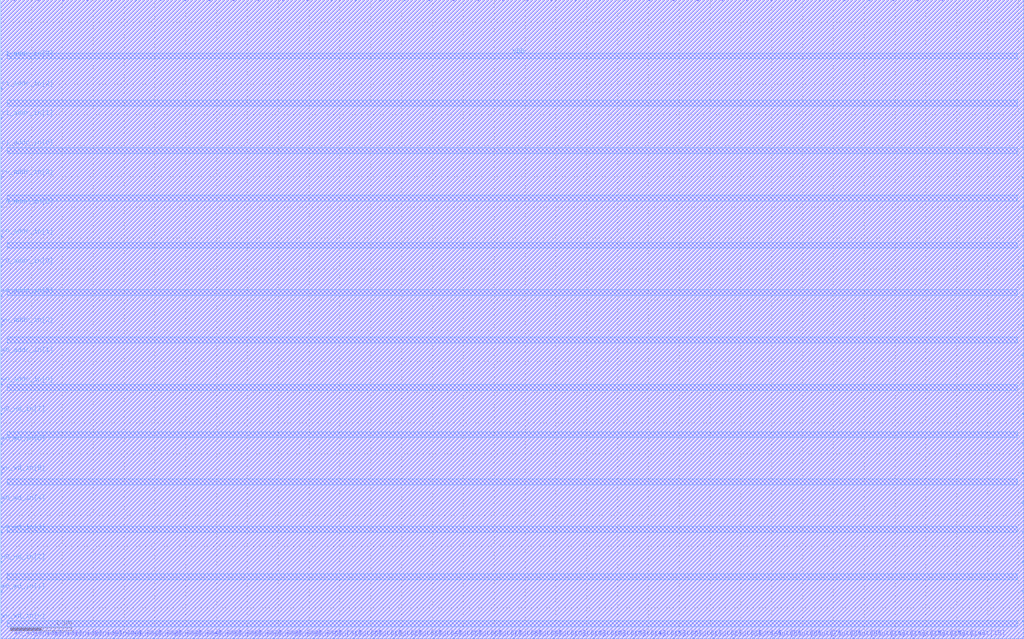
<source format=lef>
VERSION 5.7 ;
BUSBITCHARS "[]" ;
MACRO fakeram_32x128_2r1w
  FOREIGN fakeram_32x128_2r1w 0 0 ;
  SYMMETRY X Y R90 ;
  SIZE 16.589 BY 10.368 ;
  CLASS BLOCK ;
  PIN w0_wd_in[0]
    DIRECTION INPUT ;
    USE SIGNAL ;
    SHAPE ABUTMENT ;
    PORT
      LAYER M4 ;
      RECT 0.000 0.276 0.024 0.300 ;
    END
  END w0_wd_in[0]
  PIN w0_wd_in[1]
    DIRECTION INPUT ;
    USE SIGNAL ;
    SHAPE ABUTMENT ;
    PORT
      LAYER M4 ;
      RECT 0.000 0.756 0.024 0.780 ;
    END
  END w0_wd_in[1]
  PIN w0_wd_in[2]
    DIRECTION INPUT ;
    USE SIGNAL ;
    SHAPE ABUTMENT ;
    PORT
      LAYER M4 ;
      RECT 0.000 1.236 0.024 1.260 ;
    END
  END w0_wd_in[2]
  PIN w0_wd_in[3]
    DIRECTION INPUT ;
    USE SIGNAL ;
    SHAPE ABUTMENT ;
    PORT
      LAYER M4 ;
      RECT 0.000 1.716 0.024 1.740 ;
    END
  END w0_wd_in[3]
  PIN w0_wd_in[4]
    DIRECTION INPUT ;
    USE SIGNAL ;
    SHAPE ABUTMENT ;
    PORT
      LAYER M4 ;
      RECT 0.000 2.196 0.024 2.220 ;
    END
  END w0_wd_in[4]
  PIN w0_wd_in[5]
    DIRECTION INPUT ;
    USE SIGNAL ;
    SHAPE ABUTMENT ;
    PORT
      LAYER M4 ;
      RECT 0.000 2.676 0.024 2.700 ;
    END
  END w0_wd_in[5]
  PIN w0_wd_in[6]
    DIRECTION INPUT ;
    USE SIGNAL ;
    SHAPE ABUTMENT ;
    PORT
      LAYER M4 ;
      RECT 0.000 3.156 0.024 3.180 ;
    END
  END w0_wd_in[6]
  PIN w0_wd_in[7]
    DIRECTION INPUT ;
    USE SIGNAL ;
    SHAPE ABUTMENT ;
    PORT
      LAYER M4 ;
      RECT 0.000 3.636 0.024 3.660 ;
    END
  END w0_wd_in[7]
  PIN w0_wd_in[8]
    DIRECTION INPUT ;
    USE SIGNAL ;
    SHAPE ABUTMENT ;
    PORT
      LAYER M4 ;
      RECT 16.565 0.276 16.589 0.300 ;
    END
  END w0_wd_in[8]
  PIN w0_wd_in[9]
    DIRECTION INPUT ;
    USE SIGNAL ;
    SHAPE ABUTMENT ;
    PORT
      LAYER M4 ;
      RECT 16.565 0.756 16.589 0.780 ;
    END
  END w0_wd_in[9]
  PIN w0_wd_in[10]
    DIRECTION INPUT ;
    USE SIGNAL ;
    SHAPE ABUTMENT ;
    PORT
      LAYER M4 ;
      RECT 16.565 1.236 16.589 1.260 ;
    END
  END w0_wd_in[10]
  PIN w0_wd_in[11]
    DIRECTION INPUT ;
    USE SIGNAL ;
    SHAPE ABUTMENT ;
    PORT
      LAYER M4 ;
      RECT 16.565 1.716 16.589 1.740 ;
    END
  END w0_wd_in[11]
  PIN w0_wd_in[12]
    DIRECTION INPUT ;
    USE SIGNAL ;
    SHAPE ABUTMENT ;
    PORT
      LAYER M4 ;
      RECT 16.565 2.196 16.589 2.220 ;
    END
  END w0_wd_in[12]
  PIN w0_wd_in[13]
    DIRECTION INPUT ;
    USE SIGNAL ;
    SHAPE ABUTMENT ;
    PORT
      LAYER M4 ;
      RECT 16.565 2.676 16.589 2.700 ;
    END
  END w0_wd_in[13]
  PIN w0_wd_in[14]
    DIRECTION INPUT ;
    USE SIGNAL ;
    SHAPE ABUTMENT ;
    PORT
      LAYER M4 ;
      RECT 16.565 3.156 16.589 3.180 ;
    END
  END w0_wd_in[14]
  PIN w0_wd_in[15]
    DIRECTION INPUT ;
    USE SIGNAL ;
    SHAPE ABUTMENT ;
    PORT
      LAYER M4 ;
      RECT 16.565 3.636 16.589 3.660 ;
    END
  END w0_wd_in[15]
  PIN w0_wd_in[16]
    DIRECTION OUTPUT ;
    USE SIGNAL ;
    SHAPE ABUTMENT ;
    PORT
      LAYER M3 ;
      RECT 0.207 0.000 0.225 0.018 ;
    END
  END w0_wd_in[16]
  PIN w0_wd_in[17]
    DIRECTION OUTPUT ;
    USE SIGNAL ;
    SHAPE ABUTMENT ;
    PORT
      LAYER M3 ;
      RECT 0.531 0.000 0.549 0.018 ;
    END
  END w0_wd_in[17]
  PIN w0_wd_in[18]
    DIRECTION OUTPUT ;
    USE SIGNAL ;
    SHAPE ABUTMENT ;
    PORT
      LAYER M3 ;
      RECT 0.855 0.000 0.873 0.018 ;
    END
  END w0_wd_in[18]
  PIN w0_wd_in[19]
    DIRECTION OUTPUT ;
    USE SIGNAL ;
    SHAPE ABUTMENT ;
    PORT
      LAYER M3 ;
      RECT 1.179 0.000 1.197 0.018 ;
    END
  END w0_wd_in[19]
  PIN w0_wd_in[20]
    DIRECTION OUTPUT ;
    USE SIGNAL ;
    SHAPE ABUTMENT ;
    PORT
      LAYER M3 ;
      RECT 1.503 0.000 1.521 0.018 ;
    END
  END w0_wd_in[20]
  PIN w0_wd_in[21]
    DIRECTION OUTPUT ;
    USE SIGNAL ;
    SHAPE ABUTMENT ;
    PORT
      LAYER M3 ;
      RECT 1.827 0.000 1.845 0.018 ;
    END
  END w0_wd_in[21]
  PIN w0_wd_in[22]
    DIRECTION OUTPUT ;
    USE SIGNAL ;
    SHAPE ABUTMENT ;
    PORT
      LAYER M3 ;
      RECT 2.151 0.000 2.169 0.018 ;
    END
  END w0_wd_in[22]
  PIN w0_wd_in[23]
    DIRECTION OUTPUT ;
    USE SIGNAL ;
    SHAPE ABUTMENT ;
    PORT
      LAYER M3 ;
      RECT 2.475 0.000 2.493 0.018 ;
    END
  END w0_wd_in[23]
  PIN w0_wd_in[24]
    DIRECTION OUTPUT ;
    USE SIGNAL ;
    SHAPE ABUTMENT ;
    PORT
      LAYER M3 ;
      RECT 2.799 0.000 2.817 0.018 ;
    END
  END w0_wd_in[24]
  PIN w0_wd_in[25]
    DIRECTION OUTPUT ;
    USE SIGNAL ;
    SHAPE ABUTMENT ;
    PORT
      LAYER M3 ;
      RECT 3.123 0.000 3.141 0.018 ;
    END
  END w0_wd_in[25]
  PIN w0_wd_in[26]
    DIRECTION OUTPUT ;
    USE SIGNAL ;
    SHAPE ABUTMENT ;
    PORT
      LAYER M3 ;
      RECT 3.447 0.000 3.465 0.018 ;
    END
  END w0_wd_in[26]
  PIN w0_wd_in[27]
    DIRECTION OUTPUT ;
    USE SIGNAL ;
    SHAPE ABUTMENT ;
    PORT
      LAYER M3 ;
      RECT 3.771 0.000 3.789 0.018 ;
    END
  END w0_wd_in[27]
  PIN w0_wd_in[28]
    DIRECTION OUTPUT ;
    USE SIGNAL ;
    SHAPE ABUTMENT ;
    PORT
      LAYER M3 ;
      RECT 4.095 0.000 4.113 0.018 ;
    END
  END w0_wd_in[28]
  PIN w0_wd_in[29]
    DIRECTION OUTPUT ;
    USE SIGNAL ;
    SHAPE ABUTMENT ;
    PORT
      LAYER M3 ;
      RECT 4.419 0.000 4.437 0.018 ;
    END
  END w0_wd_in[29]
  PIN w0_wd_in[30]
    DIRECTION OUTPUT ;
    USE SIGNAL ;
    SHAPE ABUTMENT ;
    PORT
      LAYER M3 ;
      RECT 4.743 0.000 4.761 0.018 ;
    END
  END w0_wd_in[30]
  PIN w0_wd_in[31]
    DIRECTION OUTPUT ;
    USE SIGNAL ;
    SHAPE ABUTMENT ;
    PORT
      LAYER M3 ;
      RECT 5.067 0.000 5.085 0.018 ;
    END
  END w0_wd_in[31]
  PIN r0_rd_out[0]
    DIRECTION OUTPUT ;
    USE SIGNAL ;
    SHAPE ABUTMENT ;
    PORT
      LAYER M3 ;
      RECT 5.391 0.000 5.409 0.018 ;
    END
  END r0_rd_out[0]
  PIN r0_rd_out[1]
    DIRECTION OUTPUT ;
    USE SIGNAL ;
    SHAPE ABUTMENT ;
    PORT
      LAYER M3 ;
      RECT 5.715 0.000 5.733 0.018 ;
    END
  END r0_rd_out[1]
  PIN r0_rd_out[2]
    DIRECTION OUTPUT ;
    USE SIGNAL ;
    SHAPE ABUTMENT ;
    PORT
      LAYER M3 ;
      RECT 6.039 0.000 6.057 0.018 ;
    END
  END r0_rd_out[2]
  PIN r0_rd_out[3]
    DIRECTION OUTPUT ;
    USE SIGNAL ;
    SHAPE ABUTMENT ;
    PORT
      LAYER M3 ;
      RECT 6.363 0.000 6.381 0.018 ;
    END
  END r0_rd_out[3]
  PIN r0_rd_out[4]
    DIRECTION OUTPUT ;
    USE SIGNAL ;
    SHAPE ABUTMENT ;
    PORT
      LAYER M3 ;
      RECT 6.687 0.000 6.705 0.018 ;
    END
  END r0_rd_out[4]
  PIN r0_rd_out[5]
    DIRECTION OUTPUT ;
    USE SIGNAL ;
    SHAPE ABUTMENT ;
    PORT
      LAYER M3 ;
      RECT 7.011 0.000 7.029 0.018 ;
    END
  END r0_rd_out[5]
  PIN r0_rd_out[6]
    DIRECTION OUTPUT ;
    USE SIGNAL ;
    SHAPE ABUTMENT ;
    PORT
      LAYER M3 ;
      RECT 7.335 0.000 7.353 0.018 ;
    END
  END r0_rd_out[6]
  PIN r0_rd_out[7]
    DIRECTION OUTPUT ;
    USE SIGNAL ;
    SHAPE ABUTMENT ;
    PORT
      LAYER M3 ;
      RECT 7.659 0.000 7.677 0.018 ;
    END
  END r0_rd_out[7]
  PIN r0_rd_out[8]
    DIRECTION OUTPUT ;
    USE SIGNAL ;
    SHAPE ABUTMENT ;
    PORT
      LAYER M3 ;
      RECT 7.983 0.000 8.001 0.018 ;
    END
  END r0_rd_out[8]
  PIN r0_rd_out[9]
    DIRECTION OUTPUT ;
    USE SIGNAL ;
    SHAPE ABUTMENT ;
    PORT
      LAYER M3 ;
      RECT 8.307 0.000 8.325 0.018 ;
    END
  END r0_rd_out[9]
  PIN r0_rd_out[10]
    DIRECTION OUTPUT ;
    USE SIGNAL ;
    SHAPE ABUTMENT ;
    PORT
      LAYER M3 ;
      RECT 8.631 0.000 8.649 0.018 ;
    END
  END r0_rd_out[10]
  PIN r0_rd_out[11]
    DIRECTION OUTPUT ;
    USE SIGNAL ;
    SHAPE ABUTMENT ;
    PORT
      LAYER M3 ;
      RECT 8.955 0.000 8.973 0.018 ;
    END
  END r0_rd_out[11]
  PIN r0_rd_out[12]
    DIRECTION OUTPUT ;
    USE SIGNAL ;
    SHAPE ABUTMENT ;
    PORT
      LAYER M3 ;
      RECT 9.279 0.000 9.297 0.018 ;
    END
  END r0_rd_out[12]
  PIN r0_rd_out[13]
    DIRECTION OUTPUT ;
    USE SIGNAL ;
    SHAPE ABUTMENT ;
    PORT
      LAYER M3 ;
      RECT 9.603 0.000 9.621 0.018 ;
    END
  END r0_rd_out[13]
  PIN r0_rd_out[14]
    DIRECTION OUTPUT ;
    USE SIGNAL ;
    SHAPE ABUTMENT ;
    PORT
      LAYER M3 ;
      RECT 9.927 0.000 9.945 0.018 ;
    END
  END r0_rd_out[14]
  PIN r0_rd_out[15]
    DIRECTION OUTPUT ;
    USE SIGNAL ;
    SHAPE ABUTMENT ;
    PORT
      LAYER M3 ;
      RECT 10.251 0.000 10.269 0.018 ;
    END
  END r0_rd_out[15]
  PIN r0_rd_out[16]
    DIRECTION OUTPUT ;
    USE SIGNAL ;
    SHAPE ABUTMENT ;
    PORT
      LAYER M3 ;
      RECT 0.207 10.350 0.225 10.368 ;
    END
  END r0_rd_out[16]
  PIN r0_rd_out[17]
    DIRECTION OUTPUT ;
    USE SIGNAL ;
    SHAPE ABUTMENT ;
    PORT
      LAYER M3 ;
      RECT 0.603 10.350 0.621 10.368 ;
    END
  END r0_rd_out[17]
  PIN r0_rd_out[18]
    DIRECTION OUTPUT ;
    USE SIGNAL ;
    SHAPE ABUTMENT ;
    PORT
      LAYER M3 ;
      RECT 0.999 10.350 1.017 10.368 ;
    END
  END r0_rd_out[18]
  PIN r0_rd_out[19]
    DIRECTION OUTPUT ;
    USE SIGNAL ;
    SHAPE ABUTMENT ;
    PORT
      LAYER M3 ;
      RECT 1.395 10.350 1.413 10.368 ;
    END
  END r0_rd_out[19]
  PIN r0_rd_out[20]
    DIRECTION OUTPUT ;
    USE SIGNAL ;
    SHAPE ABUTMENT ;
    PORT
      LAYER M3 ;
      RECT 1.791 10.350 1.809 10.368 ;
    END
  END r0_rd_out[20]
  PIN r0_rd_out[21]
    DIRECTION OUTPUT ;
    USE SIGNAL ;
    SHAPE ABUTMENT ;
    PORT
      LAYER M3 ;
      RECT 2.187 10.350 2.205 10.368 ;
    END
  END r0_rd_out[21]
  PIN r0_rd_out[22]
    DIRECTION OUTPUT ;
    USE SIGNAL ;
    SHAPE ABUTMENT ;
    PORT
      LAYER M3 ;
      RECT 2.583 10.350 2.601 10.368 ;
    END
  END r0_rd_out[22]
  PIN r0_rd_out[23]
    DIRECTION OUTPUT ;
    USE SIGNAL ;
    SHAPE ABUTMENT ;
    PORT
      LAYER M3 ;
      RECT 2.979 10.350 2.997 10.368 ;
    END
  END r0_rd_out[23]
  PIN r0_rd_out[24]
    DIRECTION OUTPUT ;
    USE SIGNAL ;
    SHAPE ABUTMENT ;
    PORT
      LAYER M3 ;
      RECT 3.375 10.350 3.393 10.368 ;
    END
  END r0_rd_out[24]
  PIN r0_rd_out[25]
    DIRECTION OUTPUT ;
    USE SIGNAL ;
    SHAPE ABUTMENT ;
    PORT
      LAYER M3 ;
      RECT 3.771 10.350 3.789 10.368 ;
    END
  END r0_rd_out[25]
  PIN r0_rd_out[26]
    DIRECTION OUTPUT ;
    USE SIGNAL ;
    SHAPE ABUTMENT ;
    PORT
      LAYER M3 ;
      RECT 4.167 10.350 4.185 10.368 ;
    END
  END r0_rd_out[26]
  PIN r0_rd_out[27]
    DIRECTION OUTPUT ;
    USE SIGNAL ;
    SHAPE ABUTMENT ;
    PORT
      LAYER M3 ;
      RECT 4.563 10.350 4.581 10.368 ;
    END
  END r0_rd_out[27]
  PIN r0_rd_out[28]
    DIRECTION OUTPUT ;
    USE SIGNAL ;
    SHAPE ABUTMENT ;
    PORT
      LAYER M3 ;
      RECT 4.959 10.350 4.977 10.368 ;
    END
  END r0_rd_out[28]
  PIN r0_rd_out[29]
    DIRECTION OUTPUT ;
    USE SIGNAL ;
    SHAPE ABUTMENT ;
    PORT
      LAYER M3 ;
      RECT 5.355 10.350 5.373 10.368 ;
    END
  END r0_rd_out[29]
  PIN r0_rd_out[30]
    DIRECTION OUTPUT ;
    USE SIGNAL ;
    SHAPE ABUTMENT ;
    PORT
      LAYER M3 ;
      RECT 5.751 10.350 5.769 10.368 ;
    END
  END r0_rd_out[30]
  PIN r0_rd_out[31]
    DIRECTION OUTPUT ;
    USE SIGNAL ;
    SHAPE ABUTMENT ;
    PORT
      LAYER M3 ;
      RECT 6.147 10.350 6.165 10.368 ;
    END
  END r0_rd_out[31]
  PIN r1_rd_out[0]
    DIRECTION OUTPUT ;
    USE SIGNAL ;
    SHAPE ABUTMENT ;
    PORT
      LAYER M3 ;
      RECT 10.575 0.000 10.593 0.018 ;
    END
  END r1_rd_out[0]
  PIN r1_rd_out[1]
    DIRECTION OUTPUT ;
    USE SIGNAL ;
    SHAPE ABUTMENT ;
    PORT
      LAYER M3 ;
      RECT 10.899 0.000 10.917 0.018 ;
    END
  END r1_rd_out[1]
  PIN r1_rd_out[2]
    DIRECTION OUTPUT ;
    USE SIGNAL ;
    SHAPE ABUTMENT ;
    PORT
      LAYER M3 ;
      RECT 11.223 0.000 11.241 0.018 ;
    END
  END r1_rd_out[2]
  PIN r1_rd_out[3]
    DIRECTION OUTPUT ;
    USE SIGNAL ;
    SHAPE ABUTMENT ;
    PORT
      LAYER M3 ;
      RECT 11.547 0.000 11.565 0.018 ;
    END
  END r1_rd_out[3]
  PIN r1_rd_out[4]
    DIRECTION OUTPUT ;
    USE SIGNAL ;
    SHAPE ABUTMENT ;
    PORT
      LAYER M3 ;
      RECT 11.871 0.000 11.889 0.018 ;
    END
  END r1_rd_out[4]
  PIN r1_rd_out[5]
    DIRECTION OUTPUT ;
    USE SIGNAL ;
    SHAPE ABUTMENT ;
    PORT
      LAYER M3 ;
      RECT 12.195 0.000 12.213 0.018 ;
    END
  END r1_rd_out[5]
  PIN r1_rd_out[6]
    DIRECTION OUTPUT ;
    USE SIGNAL ;
    SHAPE ABUTMENT ;
    PORT
      LAYER M3 ;
      RECT 12.519 0.000 12.537 0.018 ;
    END
  END r1_rd_out[6]
  PIN r1_rd_out[7]
    DIRECTION OUTPUT ;
    USE SIGNAL ;
    SHAPE ABUTMENT ;
    PORT
      LAYER M3 ;
      RECT 12.843 0.000 12.861 0.018 ;
    END
  END r1_rd_out[7]
  PIN r1_rd_out[8]
    DIRECTION OUTPUT ;
    USE SIGNAL ;
    SHAPE ABUTMENT ;
    PORT
      LAYER M3 ;
      RECT 13.167 0.000 13.185 0.018 ;
    END
  END r1_rd_out[8]
  PIN r1_rd_out[9]
    DIRECTION OUTPUT ;
    USE SIGNAL ;
    SHAPE ABUTMENT ;
    PORT
      LAYER M3 ;
      RECT 13.491 0.000 13.509 0.018 ;
    END
  END r1_rd_out[9]
  PIN r1_rd_out[10]
    DIRECTION OUTPUT ;
    USE SIGNAL ;
    SHAPE ABUTMENT ;
    PORT
      LAYER M3 ;
      RECT 13.815 0.000 13.833 0.018 ;
    END
  END r1_rd_out[10]
  PIN r1_rd_out[11]
    DIRECTION OUTPUT ;
    USE SIGNAL ;
    SHAPE ABUTMENT ;
    PORT
      LAYER M3 ;
      RECT 14.139 0.000 14.157 0.018 ;
    END
  END r1_rd_out[11]
  PIN r1_rd_out[12]
    DIRECTION OUTPUT ;
    USE SIGNAL ;
    SHAPE ABUTMENT ;
    PORT
      LAYER M3 ;
      RECT 14.463 0.000 14.481 0.018 ;
    END
  END r1_rd_out[12]
  PIN r1_rd_out[13]
    DIRECTION OUTPUT ;
    USE SIGNAL ;
    SHAPE ABUTMENT ;
    PORT
      LAYER M3 ;
      RECT 14.787 0.000 14.805 0.018 ;
    END
  END r1_rd_out[13]
  PIN r1_rd_out[14]
    DIRECTION OUTPUT ;
    USE SIGNAL ;
    SHAPE ABUTMENT ;
    PORT
      LAYER M3 ;
      RECT 15.111 0.000 15.129 0.018 ;
    END
  END r1_rd_out[14]
  PIN r1_rd_out[15]
    DIRECTION OUTPUT ;
    USE SIGNAL ;
    SHAPE ABUTMENT ;
    PORT
      LAYER M3 ;
      RECT 15.435 0.000 15.453 0.018 ;
    END
  END r1_rd_out[15]
  PIN r1_rd_out[16]
    DIRECTION OUTPUT ;
    USE SIGNAL ;
    SHAPE ABUTMENT ;
    PORT
      LAYER M3 ;
      RECT 6.543 10.350 6.561 10.368 ;
    END
  END r1_rd_out[16]
  PIN r1_rd_out[17]
    DIRECTION OUTPUT ;
    USE SIGNAL ;
    SHAPE ABUTMENT ;
    PORT
      LAYER M3 ;
      RECT 6.939 10.350 6.957 10.368 ;
    END
  END r1_rd_out[17]
  PIN r1_rd_out[18]
    DIRECTION OUTPUT ;
    USE SIGNAL ;
    SHAPE ABUTMENT ;
    PORT
      LAYER M3 ;
      RECT 7.335 10.350 7.353 10.368 ;
    END
  END r1_rd_out[18]
  PIN r1_rd_out[19]
    DIRECTION OUTPUT ;
    USE SIGNAL ;
    SHAPE ABUTMENT ;
    PORT
      LAYER M3 ;
      RECT 7.731 10.350 7.749 10.368 ;
    END
  END r1_rd_out[19]
  PIN r1_rd_out[20]
    DIRECTION OUTPUT ;
    USE SIGNAL ;
    SHAPE ABUTMENT ;
    PORT
      LAYER M3 ;
      RECT 8.127 10.350 8.145 10.368 ;
    END
  END r1_rd_out[20]
  PIN r1_rd_out[21]
    DIRECTION OUTPUT ;
    USE SIGNAL ;
    SHAPE ABUTMENT ;
    PORT
      LAYER M3 ;
      RECT 8.523 10.350 8.541 10.368 ;
    END
  END r1_rd_out[21]
  PIN r1_rd_out[22]
    DIRECTION OUTPUT ;
    USE SIGNAL ;
    SHAPE ABUTMENT ;
    PORT
      LAYER M3 ;
      RECT 8.919 10.350 8.937 10.368 ;
    END
  END r1_rd_out[22]
  PIN r1_rd_out[23]
    DIRECTION OUTPUT ;
    USE SIGNAL ;
    SHAPE ABUTMENT ;
    PORT
      LAYER M3 ;
      RECT 9.315 10.350 9.333 10.368 ;
    END
  END r1_rd_out[23]
  PIN r1_rd_out[24]
    DIRECTION OUTPUT ;
    USE SIGNAL ;
    SHAPE ABUTMENT ;
    PORT
      LAYER M3 ;
      RECT 9.711 10.350 9.729 10.368 ;
    END
  END r1_rd_out[24]
  PIN r1_rd_out[25]
    DIRECTION OUTPUT ;
    USE SIGNAL ;
    SHAPE ABUTMENT ;
    PORT
      LAYER M3 ;
      RECT 10.107 10.350 10.125 10.368 ;
    END
  END r1_rd_out[25]
  PIN r1_rd_out[26]
    DIRECTION OUTPUT ;
    USE SIGNAL ;
    SHAPE ABUTMENT ;
    PORT
      LAYER M3 ;
      RECT 10.503 10.350 10.521 10.368 ;
    END
  END r1_rd_out[26]
  PIN r1_rd_out[27]
    DIRECTION OUTPUT ;
    USE SIGNAL ;
    SHAPE ABUTMENT ;
    PORT
      LAYER M3 ;
      RECT 10.899 10.350 10.917 10.368 ;
    END
  END r1_rd_out[27]
  PIN r1_rd_out[28]
    DIRECTION OUTPUT ;
    USE SIGNAL ;
    SHAPE ABUTMENT ;
    PORT
      LAYER M3 ;
      RECT 11.295 10.350 11.313 10.368 ;
    END
  END r1_rd_out[28]
  PIN r1_rd_out[29]
    DIRECTION OUTPUT ;
    USE SIGNAL ;
    SHAPE ABUTMENT ;
    PORT
      LAYER M3 ;
      RECT 11.691 10.350 11.709 10.368 ;
    END
  END r1_rd_out[29]
  PIN r1_rd_out[30]
    DIRECTION OUTPUT ;
    USE SIGNAL ;
    SHAPE ABUTMENT ;
    PORT
      LAYER M3 ;
      RECT 12.087 10.350 12.105 10.368 ;
    END
  END r1_rd_out[30]
  PIN r1_rd_out[31]
    DIRECTION OUTPUT ;
    USE SIGNAL ;
    SHAPE ABUTMENT ;
    PORT
      LAYER M3 ;
      RECT 12.483 10.350 12.501 10.368 ;
    END
  END r1_rd_out[31]
  PIN w0_addr_in[0]
    DIRECTION INPUT ;
    USE SIGNAL ;
    SHAPE ABUTMENT ;
    PORT
      LAYER M4 ;
      RECT 0.000 4.116 0.024 4.140 ;
    END
  END w0_addr_in[0]
  PIN w0_addr_in[1]
    DIRECTION INPUT ;
    USE SIGNAL ;
    SHAPE ABUTMENT ;
    PORT
      LAYER M4 ;
      RECT 0.000 4.596 0.024 4.620 ;
    END
  END w0_addr_in[1]
  PIN w0_addr_in[2]
    DIRECTION INPUT ;
    USE SIGNAL ;
    SHAPE ABUTMENT ;
    PORT
      LAYER M4 ;
      RECT 0.000 5.076 0.024 5.100 ;
    END
  END w0_addr_in[2]
  PIN w0_addr_in[3]
    DIRECTION INPUT ;
    USE SIGNAL ;
    SHAPE ABUTMENT ;
    PORT
      LAYER M4 ;
      RECT 0.000 5.556 0.024 5.580 ;
    END
  END w0_addr_in[3]
  PIN w0_addr_in[4]
    DIRECTION INPUT ;
    USE SIGNAL ;
    SHAPE ABUTMENT ;
    PORT
      LAYER M4 ;
      RECT 16.565 4.116 16.589 4.140 ;
    END
  END w0_addr_in[4]
  PIN w0_addr_in[5]
    DIRECTION INPUT ;
    USE SIGNAL ;
    SHAPE ABUTMENT ;
    PORT
      LAYER M4 ;
      RECT 16.565 4.596 16.589 4.620 ;
    END
  END w0_addr_in[5]
  PIN w0_addr_in[6]
    DIRECTION INPUT ;
    USE SIGNAL ;
    SHAPE ABUTMENT ;
    PORT
      LAYER M4 ;
      RECT 16.565 5.076 16.589 5.100 ;
    END
  END w0_addr_in[6]
  PIN r0_addr_in[0]
    DIRECTION INPUT ;
    USE SIGNAL ;
    SHAPE ABUTMENT ;
    PORT
      LAYER M4 ;
      RECT 0.000 6.036 0.024 6.060 ;
    END
  END r0_addr_in[0]
  PIN r0_addr_in[1]
    DIRECTION INPUT ;
    USE SIGNAL ;
    SHAPE ABUTMENT ;
    PORT
      LAYER M4 ;
      RECT 0.000 6.516 0.024 6.540 ;
    END
  END r0_addr_in[1]
  PIN r0_addr_in[2]
    DIRECTION INPUT ;
    USE SIGNAL ;
    SHAPE ABUTMENT ;
    PORT
      LAYER M4 ;
      RECT 0.000 6.996 0.024 7.020 ;
    END
  END r0_addr_in[2]
  PIN r0_addr_in[3]
    DIRECTION INPUT ;
    USE SIGNAL ;
    SHAPE ABUTMENT ;
    PORT
      LAYER M4 ;
      RECT 0.000 7.476 0.024 7.500 ;
    END
  END r0_addr_in[3]
  PIN r0_addr_in[4]
    DIRECTION INPUT ;
    USE SIGNAL ;
    SHAPE ABUTMENT ;
    PORT
      LAYER M4 ;
      RECT 16.565 5.556 16.589 5.580 ;
    END
  END r0_addr_in[4]
  PIN r0_addr_in[5]
    DIRECTION INPUT ;
    USE SIGNAL ;
    SHAPE ABUTMENT ;
    PORT
      LAYER M4 ;
      RECT 16.565 6.036 16.589 6.060 ;
    END
  END r0_addr_in[5]
  PIN r0_addr_in[6]
    DIRECTION INPUT ;
    USE SIGNAL ;
    SHAPE ABUTMENT ;
    PORT
      LAYER M4 ;
      RECT 16.565 6.516 16.589 6.540 ;
    END
  END r0_addr_in[6]
  PIN r1_addr_in[0]
    DIRECTION INPUT ;
    USE SIGNAL ;
    SHAPE ABUTMENT ;
    PORT
      LAYER M4 ;
      RECT 0.000 7.956 0.024 7.980 ;
    END
  END r1_addr_in[0]
  PIN r1_addr_in[1]
    DIRECTION INPUT ;
    USE SIGNAL ;
    SHAPE ABUTMENT ;
    PORT
      LAYER M4 ;
      RECT 0.000 8.436 0.024 8.460 ;
    END
  END r1_addr_in[1]
  PIN r1_addr_in[2]
    DIRECTION INPUT ;
    USE SIGNAL ;
    SHAPE ABUTMENT ;
    PORT
      LAYER M4 ;
      RECT 0.000 8.916 0.024 8.940 ;
    END
  END r1_addr_in[2]
  PIN r1_addr_in[3]
    DIRECTION INPUT ;
    USE SIGNAL ;
    SHAPE ABUTMENT ;
    PORT
      LAYER M4 ;
      RECT 0.000 9.396 0.024 9.420 ;
    END
  END r1_addr_in[3]
  PIN r1_addr_in[4]
    DIRECTION INPUT ;
    USE SIGNAL ;
    SHAPE ABUTMENT ;
    PORT
      LAYER M4 ;
      RECT 16.565 6.996 16.589 7.020 ;
    END
  END r1_addr_in[4]
  PIN r1_addr_in[5]
    DIRECTION INPUT ;
    USE SIGNAL ;
    SHAPE ABUTMENT ;
    PORT
      LAYER M4 ;
      RECT 16.565 7.476 16.589 7.500 ;
    END
  END r1_addr_in[5]
  PIN r1_addr_in[6]
    DIRECTION INPUT ;
    USE SIGNAL ;
    SHAPE ABUTMENT ;
    PORT
      LAYER M4 ;
      RECT 16.565 7.956 16.589 7.980 ;
    END
  END r1_addr_in[6]
  PIN w0_we_in
    DIRECTION INPUT ;
    USE SIGNAL ;
    SHAPE ABUTMENT ;
    PORT
      LAYER M3 ;
      RECT 12.879 10.350 12.897 10.368 ;
    END
  END w0_we_in
  PIN w0_ce_in
    DIRECTION INPUT ;
    USE SIGNAL ;
    SHAPE ABUTMENT ;
    PORT
      LAYER M3 ;
      RECT 13.275 10.350 13.293 10.368 ;
    END
  END w0_ce_in
  PIN w0_clk
    DIRECTION INPUT ;
    USE SIGNAL ;
    SHAPE ABUTMENT ;
    PORT
      LAYER M3 ;
      RECT 13.671 10.350 13.689 10.368 ;
    END
  END w0_clk
  PIN r0_ce_in
    DIRECTION INPUT ;
    USE SIGNAL ;
    SHAPE ABUTMENT ;
    PORT
      LAYER M3 ;
      RECT 14.067 10.350 14.085 10.368 ;
    END
  END r0_ce_in
  PIN r0_clk
    DIRECTION INPUT ;
    USE SIGNAL ;
    SHAPE ABUTMENT ;
    PORT
      LAYER M3 ;
      RECT 14.463 10.350 14.481 10.368 ;
    END
  END r0_clk
  PIN r1_ce_in
    DIRECTION INPUT ;
    USE SIGNAL ;
    SHAPE ABUTMENT ;
    PORT
      LAYER M3 ;
      RECT 14.859 10.350 14.877 10.368 ;
    END
  END r1_ce_in
  PIN r1_clk
    DIRECTION INPUT ;
    USE SIGNAL ;
    SHAPE ABUTMENT ;
    PORT
      LAYER M3 ;
      RECT 15.255 10.350 15.273 10.368 ;
    END
  END r1_clk
  PIN VSS
    DIRECTION INOUT ;
    USE GROUND ;
    PORT
      LAYER M4 ;
      RECT 0.108 0.192 16.481 0.288 ;
      RECT 0.108 0.960 16.481 1.056 ;
      RECT 0.108 1.728 16.481 1.824 ;
      RECT 0.108 2.496 16.481 2.592 ;
      RECT 0.108 3.264 16.481 3.360 ;
      RECT 0.108 4.032 16.481 4.128 ;
      RECT 0.108 4.800 16.481 4.896 ;
      RECT 0.108 5.568 16.481 5.664 ;
      RECT 0.108 6.336 16.481 6.432 ;
      RECT 0.108 7.104 16.481 7.200 ;
      RECT 0.108 7.872 16.481 7.968 ;
      RECT 0.108 8.640 16.481 8.736 ;
      RECT 0.108 9.408 16.481 9.504 ;
    END
  END VSS
  PIN VDD
    DIRECTION INOUT ;
    USE POWER ;
    PORT
      LAYER M4 ;
      RECT 0.108 0.192 16.481 0.288 ;
      RECT 0.108 0.960 16.481 1.056 ;
      RECT 0.108 1.728 16.481 1.824 ;
      RECT 0.108 2.496 16.481 2.592 ;
      RECT 0.108 3.264 16.481 3.360 ;
      RECT 0.108 4.032 16.481 4.128 ;
      RECT 0.108 4.800 16.481 4.896 ;
      RECT 0.108 5.568 16.481 5.664 ;
      RECT 0.108 6.336 16.481 6.432 ;
      RECT 0.108 7.104 16.481 7.200 ;
      RECT 0.108 7.872 16.481 7.968 ;
      RECT 0.108 8.640 16.481 8.736 ;
      RECT 0.108 9.408 16.481 9.504 ;
    END
  END VDD
  OBS
    LAYER M1 ;
    RECT 0 0 16.589 10.368 ;
    LAYER M2 ;
    RECT 0 0 16.589 10.368 ;
    LAYER M3 ;
    RECT 0 0 16.589 10.368 ;
    LAYER M4 ;
    RECT 0 0 16.589 10.368 ;
  END
END fakeram_32x128_2r1w

END LIBRARY

</source>
